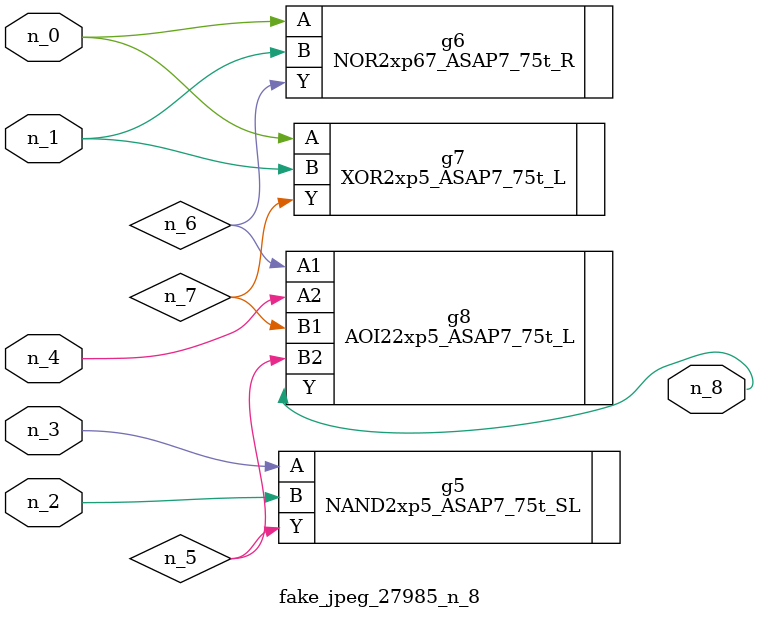
<source format=v>
module fake_jpeg_27985_n_8 (n_3, n_2, n_1, n_0, n_4, n_8);

input n_3;
input n_2;
input n_1;
input n_0;
input n_4;

output n_8;

wire n_6;
wire n_5;
wire n_7;

NAND2xp5_ASAP7_75t_SL g5 ( 
.A(n_3),
.B(n_2),
.Y(n_5)
);

NOR2xp67_ASAP7_75t_R g6 ( 
.A(n_0),
.B(n_1),
.Y(n_6)
);

XOR2xp5_ASAP7_75t_L g7 ( 
.A(n_0),
.B(n_1),
.Y(n_7)
);

AOI22xp5_ASAP7_75t_L g8 ( 
.A1(n_6),
.A2(n_4),
.B1(n_7),
.B2(n_5),
.Y(n_8)
);


endmodule
</source>
